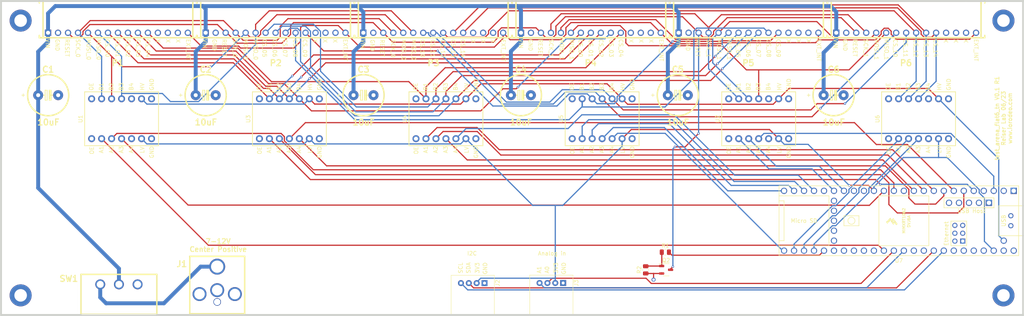
<source format=kicad_pcb>
(kicad_pcb (version 20221018) (generator pcbnew)
  (title_block (title "G4 Test Arena Teensy 4.1") (date "7/14/2023") (rev "v0.1") (company "IORodeo"))
  (layers (0 "F.Cu" signal) (1 "In1.Cu" signal) (2 "In2.Cu" signal) (31 "B.Cu" signal) (34 "B.Paste" user) (35 "F.Paste" user) (36 "B.SilkS" user "B.Silkscreen") (37 "F.SilkS" user "F.Silkscreen") (38 "B.Mask" user) (39 "F.Mask" user) (44 "Edge.Cuts" user))
  (net 0 "")
  (net 1 "/3V3")
  (net 2 "/5V")
  (net 3 "/VIN")
  (net 4 "/VIN_SW")
  (net 5 "/SDA")
  (net 6 "/EXT_INT_5V")
  (net 7 "/MISO_0_3V3")
  (net 8 "/MISO_0_5V")
  (net 9 "/SCL")
  (net 10 "/A0")
  (net 11 "/MISO_1_3V3")
  (net 12 "/MISO_1_5V")
  (net 13 "/A1")
  (net 14 "/CS_00_5V")
  (net 15 "/CS_01_5V")
  (net 16 "/CS_02_5V")
  (net 17 "/CS_03_5V")
  (net 18 "/CS_04_5V")
  (net 21 "/MOSI_0_3V3")
  (net 22 "/MOSI_0_5V")
  (net 24 "/CS_05_5V")
  (net 25 "/MOSI_1_3V3")
  (net 26 "/MOSI_1_5V")
  (net 27 "/CS_06_5V")
  (net 28 "/CS_07_5V")
  (net 29 "/CS_08_5V")
  (net 30 "/CS_09_5V")
  (net 31 "/RESET")
  (net 32 "/RESET_PAN")
  (net 33 "/SCK_0_3V3")
  (net 34 "/SCK_0_5V")
  (net 35 "/SCK_1_3V3")
  (net 36 "/SCK_1_5V")
  (net 37 "GND")
  (net 41 "/CS_10_5V")
  (net 42 "/CS_11_5V")
  (net 43 "/CS_12_5V")
  (net 44 "/CS_13_5V")
  (net 45 "/CS_14_5V")
  (net 58 "Net-(Q2-G)")
  (net 68 "/CS_00_3V3")
  (net 69 "/CS_01_3V3")
  (net 70 "/CS_02_3V3")
  (net 71 "/CS_03_3V3")
  (net 74 "/CS_04_3V3")
  (net 75 "/CS_05_3V3")
  (net 76 "/CS_06_3V3")
  (net 77 "/CS_07_3V3")
  (net 80 "/CS_08_3V3")
  (net 81 "/CS_09_3V3")
  (net 82 "/CS_10_3V3")
  (net 83 "/CS_11_3V3")
  (net 86 "/CS_12_3V3")
  (net 87 "/CS_13_3V3")
  (net 88 "/CS_14_3V3")
  (footprint "arena_custom:Capacitor_Polarized" (layer "F.Cu") (at 52 74)
    (fp_text reference "C1")
    (fp_text value "10uF")
  )
  (footprint "arena_custom:Capacitor_Polarized" (layer "F.Cu") (at 92.0702 74)
    (fp_text reference "C2")
    (fp_text value "10uF")
  )
  (footprint "arena_custom:Capacitor_Polarized" (layer "F.Cu") (at 132.2202 74)
    (fp_text reference "C3")
    (fp_text value "10uF")
  )
  (footprint "arena_custom:Capacitor_Polarized" (layer "F.Cu") (at 172.25 74)
    (fp_text reference "C4")
    (fp_text value "10uF")
  )
  (footprint "arena_custom:Capacitor_Polarized" (layer "F.Cu") (at 212.1702 74)
    (fp_text reference "C5")
    (fp_text value "10uF")
  )
  (footprint "arena_custom:HEADER_TOP" (layer "F.Cu") (at 69.75 58.1)
    (fp_text reference "P1")
    (fp_text value "CONN15")
  )
  (footprint "arena_custom:HEADER_TOP" (layer "F.Cu") (at 109.85 58.1)
    (fp_text reference "P2")
    (fp_text value "CONN15")
  )
  (footprint "arena_custom:HEADER_TOP" (layer "F.Cu") (at 149.95 58.1)
    (fp_text reference "P3")
    (fp_text value "CONN15")
  )
  (footprint "arena_custom:HEADER_TOP" (layer "F.Cu") (at 190.05 58.1)
    (fp_text reference "P4")
    (fp_text value "CONN15")
  )
  (footprint "arena_custom:HEADER_TOP" (layer "F.Cu") (at 230.15 58.1)
    (fp_text reference "P5")
    (fp_text value "CONN15")
  )
  (footprint "arena_custom:HEADER_TOP" (layer "F.Cu") (at 270.25 58.1)
    (fp_text reference "P6")
    (fp_text value "CONN15")
  )
  (footprint "arena_custom:slide_switch" (layer "F.Cu") (at 70 124.74)
    (fp_text reference "SW1")
    (fp_text value "SW_SPDT" hide)
  )
  (footprint "arena_custom:SPARKFUN_TXB0104" (layer "F.Cu") (at 70.68 80 90)
    (fp_text reference "U1")
    (fp_text value "SPARKFUN_TXB0104" hide)
  )
  (footprint "arena_custom:SPARKFUN_TXB0104" (layer "F.Cu") (at 232.74 80 90)
    (fp_text reference "U2")
    (fp_text value "SPARKFUN_TXB0104" hide)
  )
  (footprint "arena_custom:SPARKFUN_TXB0104" (layer "F.Cu") (at 113.36 80 90)
    (fp_text reference "U3")
    (fp_text value "SPARKFUN_TXB0104" hide)
  )
  (footprint "arena_custom:SPARKFUN_TXB0104" (layer "F.Cu") (at 153.18 80 90)
    (fp_text reference "U4")
    (fp_text value "SPARKFUN_TXB0104" hide)
  )
  (footprint "arena_custom:SPARKFUN_TXB0104" (layer "F.Cu") (at 192.92 80 90)
    (fp_text reference "U5")
    (fp_text value "SPARKFUN_TXB0104" hide)
  )
  (footprint "arena_custom:SPARKFUN_TXB0104" (layer "F.Cu") (at 273.41 80 90)
    (fp_text reference "U6")
    (fp_text value "SPARKFUN_TXB0104" hide)
  )
  (footprint "arena_custom:DCJACK_2PIN_HIGHCURRENT" (layer "F.Cu") (at 95 129.6738 180)
    (fp_text reference "J1")
    (fp_text value "Barrel_Jack" hide)
  )
  (footprint "arena_custom:NS-Tech_Grove_1x04_P2mm_Horizontal" (layer "F.Cu") (at 160 121.88 -90)
    (fp_text reference "J2")
    (fp_text value "Conn_01x04_Pin")
  )
  (footprint "MountingHole:MountingHole_3.2mm_M3_DIN965_Pad" (layer "F.Cu") (at 45 55)
    (fp_text reference "H1" hide)
    (fp_text value "MountingHole_Pad")
  )
  (footprint "MountingHole:MountingHole_3.2mm_M3_DIN965_Pad" (layer "F.Cu") (at 45 125)
    (fp_text reference "H2" hide)
    (fp_text value "MountingHole_Pad")
  )
  (footprint "MountingHole:MountingHole_3.2mm_M3_DIN965_Pad" (layer "F.Cu") (at 295 55)
    (fp_text reference "H4" hide)
    (fp_text value "MountingHole_Pad")
  )
  (footprint "teensy:Teensy41" (layer "F.Cu") (at 268.4 105.9884 180)
    (fp_text reference "U7")
    (fp_text value "Teensy4.1")
  )
  (footprint "MountingHole:MountingHole_3.2mm_M3_DIN965_Pad" (layer "F.Cu") (at 295 125)
    (fp_text reference "H3" hide)
    (fp_text value "MountingHole_Pad")
  )
  (footprint "arena_custom:NS-Tech_Grove_1x04_P2mm_Horizontal" (layer "F.Cu") (at 180 121.85 -90)
    (fp_text reference "J3")
    (fp_text value "Conn_01x04_Pin")
  )
  (footprint "Resistor_SMD:R_0805_2012Metric" (layer "F.Cu") (at 209 114)
    (fp_text reference "R1")
    (fp_text value "200")
  )
  (footprint "arena_custom:Capacitor_Polarized" (layer "F.Cu") (at 251.8 74)
    (fp_text reference "C6")
    (fp_text value "10uF")
  )
  (footprint "Resistor_SMD:R_0805_2012Metric" (layer "F.Cu") (at 204 118.5 90)
    (fp_text reference "R2")
    (fp_text value "20k")
  )
  (footprint "Package_TO_SOT_SMD:SOT-23-3" (layer "F.Cu") (at 209.19 118.48)
    (fp_text reference "Q2")
    (fp_text value "MOSFET_NCHAN")
  )
  (gr_line (start 40 50) (end 40 130) (stroke (width 0.5)) (layer "Edge.Cuts"))
  (gr_line (start 40 50) (end 300 50) (stroke (width 0.5)) (layer "Edge.Cuts"))
  (gr_line (start 40 130) (end 300 130) (stroke (width 0.5)) (layer "Edge.Cuts"))
  (gr_line (start 300 50) (end 300 130) (stroke (width 0.5)) (layer "Edge.Cuts"))
  (gr_text "7-12V\nCenter Positive" (at 95.25 112.25) (layer "F.SilkS") (effects (font (size 1.27 1.27) (thickness 0.254))))
  (gr_text "test_arena_flat6_tn V0.1 R1\nReiser Lab 06/23\nwww.iorodeo.com" (at 295.02 79.88 90) (layer "F.SilkS") (effects (font (size 1.016 1.016) (thickness 0.2032))))
  (gr_text "CS_08" (at 234.7 59.6 270) (layer "F.SilkS") (effects (font (size 1 1)) (justify left bottom)))
  (gr_text "EXT_INT" (at 167.2 59.7 270) (layer "F.SilkS") (effects (font (size 1 1)) (justify left bottom)))
  (gr_text "CS_06" (at 229.5 59.6 270) (layer "F.SilkS") (effects (font (size 1 1)) (justify left bottom)))
  (gr_text "RESET" (at 216.65 59.6 270) (layer "F.SilkS") (effects (font (size 1 1)) (justify left bottom)))
  (gr_text "SCK_0" (at 139.15 59.7 270) (layer "F.SilkS") (effects (font (size 1 1)) (justify left bottom)))
  (gr_text "SDA" (at 159.5 119.5 90) (layer "F.SilkS") (effects (font (size 1 1)) (justify left bottom)))
  (gr_text "CS_04" (at 197.1 59.6 270) (layer "F.SilkS") (effects (font (size 1 1)) (justify left bottom)))
  (gr_text "CS_13" (at 154.45 59.7 270) (layer "F.SilkS") (effects (font (size 1 1)) (justify left bottom)))
  (gr_text "X" (at 162.05 59.7 270) (layer "F.SilkS") (effects (font (size 1 1)) (justify left bottom)))
  (gr_text "A1" (at 177.5 119.5 90) (layer "F.SilkS") (effects (font (size 1 1)) (justify left bottom)))
  (gr_text "CS_02" (at 71.7 59.6 270) (layer "F.SilkS") (effects (font (size 1 1)) (justify left bottom)))
  (gr_text "CS_09" (at 237.15 59.6 270) (layer "F.SilkS") (effects (font (size 1 1)) (justify left bottom)))
  (gr_text "EXT_INT" (at 207.4 59.6 270) (layer "F.SilkS") (effects (font (size 1 1)) (justify left bottom)))
  (gr_text "CS_14" (at 277.15 59.6 270) (layer "F.SilkS") (effects (font (size 1 1)) (justify left bottom)))
  (gr_text "CS_01" (at 189.45 59.6 270) (layer "F.SilkS") (effects (font (size 1 1)) (justify left bottom)))
  (gr_text "MISO_1" (at 184.6 59.6 270) (layer "F.SilkS") (effects (font (size 1 1)) (justify left bottom)))
  (gr_text "GND" (at 183.75 119.75 90) (layer "F.SilkS") (effects (font (size 1 1)) (justify left bottom)))
  (gr_text "MISO_0" (at 104.2 59.6 270) (layer "F.SilkS") (effects (font (size 1 1)) (justify left bottom)))
  (gr_text "RESET" (at 56.25 59.6 270) (layer "F.SilkS") (effects (font (size 1 1)) (justify left bottom)))
  (gr_text "EXT_INT" (at 247.45 59.6 270) (layer "F.SilkS") (effects (font (size 1 1)) (justify left bottom)))
  (gr_text "X" (at 119.3 59.6 270) (layer "F.SilkS") (effects (font (size 1 1)) (justify left bottom)))
  (gr_text "CS_07" (at 232.1 59.6 270) (layer "F.SilkS") (effects (font (size 1 1)) (justify left bottom)))
  (gr_text "A0" (at 179.5 119.5 90) (layer "F.SilkS") (effects (font (size 1 1)) (justify left bottom)))
  (gr_text "X" (at 159.5 59.7 270) (layer "F.SilkS") (effects (font (size 1 1)) (justify left bottom)))
  (gr_text "MOSI_1" (at 222.1 59.6 270) (layer "F.SilkS") (effects (font (size 1 1)) (justify left bottom)))
  (gr_text "X" (at 124.4 59.6 270) (layer "F.SilkS") (effects (font (size 1 1)) (justify left bottom)))
  (gr_text "MOSI_0" (at 101.65 59.6 270) (layer "F.SilkS") (effects (font (size 1 1)) (justify left bottom)))
  (gr_text "SCL" (at 157.5 119.5 90) (layer "F.SilkS") (effects (font (size 1 1)) (justify left bottom)))
  (gr_text "X" (at 242.3 59.6 270) (layer "F.SilkS") (effects (font (size 1 1)) (justify left bottom)))
  (gr_text "Analog in" (at 176.5 114.9) (layer "F.SilkS") (effects (font (size 1 1)) (justify left bottom)))
  (gr_text "MOSI_1" (at 262.1 59.6 270) (layer "F.SilkS") (effects (font (size 1 1)) (justify left bottom)))
  (gr_text "X" (at 244.85 59.6 270) (layer "F.SilkS") (effects (font (size 1 1)) (justify left bottom)))
  (gr_text "CS_03" (at 74.3 59.6 270) (layer "F.SilkS") (effects (font (size 1 1)) (justify left bottom)))
  (gr_text "CS_09" (at 116.7 59.6 270) (layer "F.SilkS") (effects (font (size 1 1)) (justify left bottom)))
  (gr_text "MOSI_0" (at 141.85 59.7 270) (layer "F.SilkS") (effects (font (size 1 1)) (justify left bottom)))
  (gr_text "X" (at 284.85 59.6 270) (layer "F.SilkS") (effects (font (size 1 1)) (justify left bottom)))
  (gr_text "SCK_1" (at 259.4 59.6 270) (layer "F.SilkS") (effects (font (size 1 1)) (justify left bottom)))
  (gr_text "SCK_0" (at 98.95 59.6 270) (layer "F.SilkS") (effects (font (size 1 1)) (justify left bottom)))
  (gr_text "MOSI_0" (at 61.7 59.6 270) (layer "F.SilkS") (effects (font (size 1 1)) (justify left bottom)))
  (gr_text "CS_05" (at 106.45 59.6 270) (layer "F.SilkS") (effects (font (size 1 1)) (justify left bottom)))
  (gr_text "X" (at 79.35 59.6 270) (layer "F.SilkS") (effects (font (size 1 1)) (justify left bottom)))
  (gr_text "CS_10" (at 146.65 59.7 270) (layer "F.SilkS") (effects (font (size 1 1)) (justify left bottom)))
  (gr_text "I2C" (at 158.5 114.9) (layer "F.SilkS") (effects (font (size 1 1)) (justify left bottom)))
  (gr_text "GND" (at 254.15 59.6 270) (layer "F.SilkS") (effects (font (size 1 1)) (justify left bottom)))
  (gr_text "SCK_1" (at 179.35 59.6 270) (layer "F.SilkS") (effects (font (size 1 1)) (justify left bottom)))
  (gr_text "CS_10" (at 266.9 59.6 270) (layer "F.SilkS") (effects (font (size 1 1)) (justify left bottom)))
  (gr_text "CS_11" (at 269.5 59.6 270) (layer "F.SilkS") (effects (font (size 1 1)) (justify left bottom)))
  (gr_text "CS_12" (at 272.1 59.6 270) (layer "F.SilkS") (effects (font (size 1 1)) (justify left bottom)))
  (gr_text "CS_07" (at 111.65 59.6 270) (layer "F.SilkS") (effects (font (size 1 1)) (justify left bottom)))
  (gr_text "VIN" (at 51.3 59.6 270) (layer "F.SilkS") (effects (font (size 1 1)) (justify left bottom)))
  (gr_text "VIN" (at 131.45 59.7 270) (layer "F.SilkS") (effects (font (size 1 1)) (justify left bottom)))
  (gr_text "X" (at 279.75 59.6 270) (layer "F.SilkS") (effects (font (size 1 1)) (justify left bottom)))
  (gr_text "SCK_0" (at 59 59.6 270) (layer "F.SilkS") (effects (font (size 1 1)) (justify left bottom)))
  (gr_text "X" (at 239.75 59.6 270) (layer "F.SilkS") (effects (font (size 1 1)) (justify left bottom)))
  (gr_text "MISO_1" (at 264.65 59.6 270) (layer "F.SilkS") (effects (font (size 1 1)) (justify left bottom)))
  (gr_text "3V3" (at 161.75 119.5 90) (layer "F.SilkS") (effects (font (size 1 1)) (justify left bottom)))
  (gr_text "RESET" (at 136.4 59.7 270) (layer "F.SilkS") (effects (font (size 1 1)) (justify left bottom)))
  (gr_text "RESET" (at 176.6 59.6 270) (layer "F.SilkS") (effects (font (size 1 1)) (justify left bottom)))
  (gr_text "EXT_INT" (at 287.45 59.6 270) (layer "F.SilkS") (effects (font (size 1 1)) (justify left bottom)))
  (gr_text "RESET" (at 256.65 59.6 270) (layer "F.SilkS") (effects (font (size 1 1)) (justify left bottom)))
  (gr_text "MOSI_1" (at 182.05 59.6 270) (layer "F.SilkS") (effects (font (size 1 1)) (justify left bottom)))
  (gr_text "X" (at 164.6 59.7 270) (layer "F.SilkS") (effects (font (size 1 1)) (justify left bottom)))
  (gr_text "RESET" (at 96.2 59.6 270) (layer "F.SilkS") (effects (font (size 1 1)) (justify left bottom)))
  (gr_text "GND" (at 174.1 59.6 270) (layer "F.SilkS") (effects (font (size 1 1)) (justify left bottom)))
  (gr_text "VIN" (at 211.7 59.6 270) (layer "F.SilkS") (effects (font (size 1 1)) (justify left bottom)))
  (gr_text "MISO_0" (at 144.4 59.7 270) (layer "F.SilkS") (effects (font (size 1 1)) (justify left bottom)))
  (gr_text "X" (at 202.25 59.6 270) (layer "F.SilkS") (effects (font (size 1 1)) (justify left bottom)))
  (gr_text "CS_00" (at 66.5 59.6 270) (layer "F.SilkS") (effects (font (size 1 1)) (justify left bottom)))
  (gr_text "CS_14" (at 156.9 59.7 270) (layer "F.SilkS") (effects (font (size 1 1)) (justify left bottom)))
  (gr_text "X" (at 121.85 59.6 270) (layer "F.SilkS") (effects (font (size 1 1)) (justify left bottom)))
  (gr_text "CS_11" (at 149.25 59.7 270) (layer "F.SilkS") (effects (font (size 1 1)) (justify left bottom)))
  (gr_text "SCK_1" (at 219.4 59.6 270) (layer "F.SilkS") (effects (font (size 1 1)) (justify left bottom)))
  (gr_text "CS_06" (at 109.05 59.6 270) (layer "F.SilkS") (effects (font (size 1 1)) (justify left bottom)))
  (gr_text "GND" (at 93.7 59.6 270) (layer "F.SilkS") (effects (font (size 1 1)) (justify left bottom)))
  (gr_text "MISO_0" (at 64.25 59.6 270) (layer "F.SilkS") (effects (font (size 1 1)) (justify left bottom)))
  (gr_text "CS_04" (at 76.75 59.6 270) (layer "F.SilkS") (effects (font (size 1 1)) (justify left bottom)))
  (gr_text "VIN" (at 251.7 59.6 270) (layer "F.SilkS") (effects (font (size 1 1)) (justify left bottom)))
  (gr_text "CS_13" (at 274.7 59.6 270) (layer "F.SilkS") (effects (font (size 1 1)) (justify left bottom)))
  (gr_text "GND" (at 163.75 119.75 90) (layer "F.SilkS") (effects (font (size 1 1)) (justify left bottom)))
  (gr_text "X" (at 199.7 59.6 270) (layer "F.SilkS") (effects (font (size 1 1)) (justify left bottom)))
  (gr_text "GND" (at 214.15 59.6 270) (layer "F.SilkS") (effects (font (size 1 1)) (justify left bottom)))
  (gr_text "CS_00" (at 186.85 59.6 270) (layer "F.SilkS") (effects (font (size 1 1)) (justify left bottom)))
  (gr_text "CS_08" (at 114.25 59.6 270) (layer "F.SilkS") (effects (font (size 1 1)) (justify left bottom)))
  (gr_text "MISO_1" (at 224.65 59.6 270) (layer "F.SilkS") (effects (font (size 1 1)) (justify left bottom)))
  (gr_text "EXT_INT" (at 127 59.6 270) (layer "F.SilkS") (effects (font (size 1 1)) (justify left bottom)))
  (gr_text "GND" (at 53.75 59.6 270) (layer "F.SilkS") (effects (font (size 1 1)) (justify left bottom)))
  (gr_text "VIN" (at 171.65 59.6 270) (layer "F.SilkS") (effects (font (size 1 1)) (justify left bottom)))
  (gr_text "CS_12" (at 151.85 59.7 270) (layer "F.SilkS") (effects (font (size 1 1)) (justify left bottom)))
  (gr_text "CS_01" (at 69.1 59.6 270) (layer "F.SilkS") (effects (font (size 1 1)) (justify left bottom)))
  (gr_text "X" (at 204.8 59.6 270) (layer "F.SilkS") (effects (font (size 1 1)) (justify left bottom)))
  (gr_text "VIN" (at 91.25 59.6 270) (layer "F.SilkS") (effects (font (size 1 1)) (justify left bottom)))
  (gr_text "CS_03" (at 194.65 59.6 270) (layer "F.SilkS") (effects (font (size 1 1)) (justify left bottom)))
  (gr_text "GND" (at 133.9 59.7 270) (layer "F.SilkS") (effects (font (size 1 1)) (justify left bottom)))
  (gr_text "X" (at 81.9 59.6 270) (layer "F.SilkS") (effects (font (size 1 1)) (justify left bottom)))
  (gr_text "EXT_INT" (at 87.05 59.6 270) (layer "F.SilkS") (effects (font (size 1 1)) (justify left bottom)))
  (gr_text "CS_02" (at 192.05 59.6 270) (layer "F.SilkS") (effects (font (size 1 1)) (justify left bottom)))
  (gr_text "X" (at 282.3 59.6 270) (layer "F.SilkS") (effects (font (size 1 1)) (justify left bottom)))
  (gr_text "CS_05" (at 226.9 59.6 270) (layer "F.SilkS") (effects (font (size 1 1)) (justify left bottom)))
  (gr_text "3V3" (at 181.75 119.5 90) (layer "F.SilkS") (effects (font (size 1 1)) (justify left bottom)))
  (gr_text "X" (at 84.45 59.6 270) (layer "F.SilkS") (effects (font (size 1 1)) (justify left bottom)))
  (segment (start 198 85.08) (end 200.33 82.75) (width 0.3) (layer "F.Cu") (net 1))
  (segment (start 262.05 98.3684) (end 260.6695 96.9879) (width 0.3) (layer "F.Cu") (net 1))
  (segment (start 200.33 82.75) (end 235.49 82.75) (width 0.3) (layer "F.Cu") (net 1))
  (segment (start 235.49 82.75) (end 237.82 85.08) (width 0.3) (layer "F.Cu") (net 1))
  (segment (start 260.6695 96.9879) (end 255.7712 96.9879) (width 0.3) (layer "F.Cu") (net 1))
  (via (at 255.7712 96.9879) (size 0.6) (drill 0.3) (layers "F.Cu" "B.Cu") (net 1))
  (segment (start 269.5338 89.8765) (end 278.49 89.8765) (width 0.3) (layer "B.Cu") (net 1))
  (segment (start 161 121.6597) (end 162.0278 120.6319) (width 0.3) (layer "B.Cu") (net 1))
  (segment (start 198 87) (end 198 85.08) (width 0.3) (layer "B.Cu") (net 1))
  (segment (start 181 120.6319) (end 181 102.08) (width 0.3) (layer "B.Cu") (net 1))
  (segment (start 118.44 85.08) (end 119.7792 86.4192) (width 0.3) (layer "B.Cu") (net 1))
  (segment (start 182.92 102.08) (end 198 87) (width 0.3) (layer "B.Cu") (net 1))
  (segment (start 280.6532 89.8765) (end 288.8398 98.0631) (width 0.3) (layer "B.Cu") (net 1))
  (segment (start 262.05 97.3603) (end 269.5338 89.8765) (width 0.3) (layer "B.Cu") (net 1))
  (segment (start 278.49 89.8765) (end 278.49 85.08) (width 0.3) (layer "B.Cu") (net 1))
  (segment (start 75.76 85.08) (end 77.0992 86.4192) (width 0.3) (layer "B.Cu") (net 1))
  (segment (start 162.0278 120.6319) (end 181 120.6319) (width 0.3) (layer "B.Cu") (net 1))
  (segment (start 239.2619 86.5219) (end 237.82 85.08) (width 0.3) (layer "B.Cu") (net 1))
  (segment (start 175.26 102.08) (end 158.26 85.08) (width 0.3) (layer "B.Cu") (net 1))
  (segment (start 255.7712 96.9879) (end 245.3052 86.5219) (width 0.3) (layer "B.Cu") (net 1))
  (segment (start 181 102.08) (end 182.92 102.08) (width 0.3) (layer "B.Cu") (net 1))
  (segment (start 181 102.08) (end 175.26 102.08) (width 0.3) (layer "B.Cu") (net 1))
  (segment (start 288.8398 98.0631) (end 288.8398 98.892) (width 0.3) (layer "B.Cu") (net 1))
  (segment (start 181 121.85) (end 181 120.6319) (width 0.3) (layer "B.Cu") (net 1))
  (segment (start 278.49 89.8765) (end 280.6532 89.8765) (width 0.3) (layer "B.Cu") (net 1))
  (segment (start 161 121.88) (end 161 121.6597) (width 0.3) (layer "B.Cu") (net 1))
  (segment (start 290.1606 100.2128) (end 290.1606 111.239) (width 0.3) (layer "B.Cu") (net 1))
  (segment (start 262.05 98.3684) (end 262.05 97.3603) (width 0.3) (layer "B.Cu") (net 1))
  (segment (start 156.9208 86.4192) (end 158.26 85.08) (width 0.3) (layer "B.Cu") (net 1))
  (segment (start 245.3052 86.5219) (end 239.2619 86.5219) (width 0.3) (layer "B.Cu") (net 1))
  (segment (start 77.0992 86.4192) (end 117.1008 86.4192) (width 0.3) (layer "B.Cu") (net 1))
  (segment (start 288.8398 98.892) (end 290.1606 100.2128) (width 0.3) (layer "B.Cu") (net 1))
  (segment (start 290.1606 111.239) (end 292.53 113.6084) (width 0.3) (layer "B.Cu") (net 1))
  (segment (start 117.1008 86.4192) (end 118.44 85.08) (width 0.3) (layer "B.Cu") (net 1))
  (segment (start 119.7792 86.4192) (end 156.9208 86.4192) (width 0.3) (layer "B.Cu") (net 1))
  (segment (start 194.18 71.1) (end 198 74.92) (width 0.3) (layer "F.Cu") (net 2))
  (segment (start 118.44 74.92) (end 119.7839 76.2639) (width 0.3) (layer "F.Cu") (net 2))
  (segment (start 236.4249 76.3151) (end 237.82 74.92) (width 0.3) (layer "F.Cu") (net 2))
  (segment (start 156.9161 76.2639) (end 158.26 74.92) (width 0.3) (layer "F.Cu") (net 2))
  (segment (start 237.82 74.92) (end 240.4601 72.2799) (width 0.3) (layer "F.Cu") (net 2))
  (segment (start 119.7839 76.2639) (end 156.9161 76.2639) (width 0.3) (layer "F.Cu") (net 2))
  (segment (start 158.26 74.92) (end 162.08 71.1) (width 0.3) (layer "F.Cu") (net 2))
  (segment (start 162.08 71.1) (end 194.18 71.1) (width 0.3) (layer "F.Cu") (net 2))
  (segment (start 240.4601 72.2799) (end 275.8499 72.2799) (width 0.3) (layer "F.Cu") (net 2))
  (segment (start 275.8499 72.2799) (end 278.49 74.92) (width 0.3) (layer "F.Cu") (net 2))
  (segment (start 198 74.92) (end 199.3951 76.3151) (width 0.3) (layer "F.Cu") (net 2))
  (segment (start 199.3951 76.3151) (end 236.4249 76.3151) (width 0.3) (layer "F.Cu") (net 2))
  (segment (start 278.49 74.92) (end 293.8 90.23) (width 0.3) (layer "B.Cu") (net 2))
  (segment (start 75.76 74.92) (end 77.1107 76.2707) (width 0.3) (layer "B.Cu") (net 2))
  (segment (start 117.0893 76.2707) (end 118.44 74.92) (width 0.3) (layer "B.Cu") (net 2))
  (segment (start 293.8 109.7984) (end 295.07 111.0684) (width 0.3) (layer "B.Cu") (net 2))
  (segment (start 293.8 90.23) (end 293.8 109.7984) (width 0.3) (layer "B.Cu") (net 2))
  (segment (start 77.1107 76.2707) (end 117.0893 76.2707) (width 0.3) (layer "B.Cu") (net 2))
  (segment (start 91.31 51.3) (end 91.32 51.31) (width 1) (layer "B.Cu") (net 3))
  (segment (start 212.37 52.93) (end 212.37 58.1) (width 1) (layer "B.Cu") (net 3))
  (segment (start 252.47 58.1) (end 252.47 59.95) (width 1) (layer "B.Cu") (net 3))
  (segment (start 129.68 68.5618) (end 129.68 74) (width 1) (layer "B.Cu") (net 3))
  (segment (start 210.78 51.34) (end 212.37 52.93) (width 1) (layer "B.Cu") (net 3))
  (segment (start 209.63 68.6449) (end 209.6302 68.6451) (width 0.3) (layer "B.Cu") (net 3))
  (segment (start 251.06 51.34) (end 252.47 52.75) (width 1) (layer "B.Cu") (net 3))
  (segment (start 210.78 51.34) (end 251.06 51.34) (width 1) (layer "B.Cu") (net 3))
  (segment (start 91.31 51.3) (end 91.32 51.31) (width 1) (layer "B.Cu") (net 3))
  (segment (start 91.32 51.31) (end 92.07 52.06) (width 1) (layer "B.Cu") (net 3))
  (segment (start 89.5302 62.8998) (end 89.5302 74) (width 1) (layer "B.Cu") (net 3))
  (segment (start 51.97 60.4) (end 51.97 58.1) (width 1) (layer "B.Cu") (net 3))
  (segment (start 70 118.17) (end 49.46 97.63) (width 1) (layer "B.Cu") (net 3))
  (segment (start 209.63 63.2898) (end 209.63 68.6449) (width 1) (layer "B.Cu") (net 3))
  (segment (start 130.67 51.31) (end 171.28 51.31) (width 1) (layer "B.Cu") (net 3))
  (segment (start 210.75 51.31) (end 210.78 51.34) (width 1) (layer "B.Cu") (net 3))
  (segment (start 209.6302 68.6451) (end 209.6302 74) (width 0.3) (layer "B.Cu") (net 3))
  (segment (start 209.63 68.6449) (end 209.63 74) (width 1) (layer "B.Cu") (net 3))
  (segment (start 210.75 51.31) (end 210.78 51.34) (width 1) (layer "B.Cu") (net 3))
  (segment (start 92.07 52.06) (end 92.07 58.1) (width 1) (layer "B.Cu") (net 3))
  (segment (start 132.17 58.1) (end 132.17 60.46) (width 1) (layer "B.Cu") (net 3))
  (segment (start 49.46 62.91) (end 51.97 60.4) (width 1) (layer "B.Cu") (net 3))
  (segment (start 172.27 58.1) (end 172.27 60.27) (width 1) (layer "B.Cu") (net 3))
  (segment (start 49.46 74) (end 49.46 62.91) (width 1) (layer "B.Cu") (net 3))
  (segment (start 172.27 60.27) (end 169.71 62.83) (width 1) (layer "B.Cu") (net 3))
  (segment (start 92.07 60.36) (end 89.5302 62.8998) (width 1) (layer "B.Cu") (net 3))
  (segment (start 172.27 58.1) (end 172.27 52.3) (width 1) (layer "B.Cu") (net 3))
  (segment (start 132.17 60.46) (end 129.68 62.9498) (width 1) (layer "B.Cu") (net 3))
  (segment (start 252.47 52.75) (end 252.47 58.1) (width 1) (layer "B.Cu") (net 3))
  (segment (start 169.71 62.83) (end 169.71 74) (width 1) (layer "B.Cu") (net 3))
  (segment (start 51.97 58.1) (end 51.97 53.16) (width 1) (layer "B.Cu") (net 3))
  (segment (start 70 122.2) (end 70 118.17) (width 1) (layer "B.Cu") (net 3))
  (segment (start 132.17 52.81) (end 132.17 58.1) (width 1) (layer "B.Cu") (net 3))
  (segment (start 91.32 51.31) (end 130.67 51.31) (width 1) (layer "B.Cu") (net 3))
  (segment (start 92.07 58.1) (end 92.07 60.36) (width 1) (layer "B.Cu") (net 3))
  (segment (start 129.68 68.5618) (end 129.6802 68.562) (width 0.3) (layer "B.Cu") (net 3))
  (segment (start 249.26 63.16) (end 249.26 74) (width 1) (layer "B.Cu") (net 3))
  (segment (start 172.27 52.3) (end 171.28 51.31) (width 1) (layer "B.Cu") (net 3))
  (segment (start 212.37 60.55) (end 209.63 63.2898) (width 1) (layer "B.Cu") (net 3))
  (segment (start 252.47 59.95) (end 249.26 63.16) (width 1) (layer "B.Cu") (net 3))
  (segment (start 53.83 51.3) (end 91.31 51.3) (width 1) (layer "B.Cu") (net 3))
  (segment (start 171.28 51.31) (end 210.75 51.31) (width 1) (layer "B.Cu") (net 3))
  (segment (start 129.68 62.9498) (end 129.68 68.5618) (width 1) (layer "B.Cu") (net 3))
  (segment (start 51.97 53.16) (end 53.83 51.3) (width 1) (layer "B.Cu") (net 3))
  (segment (start 49.46 97.63) (end 49.46 74) (width 1) (layer "B.Cu") (net 3))
  (segment (start 130.67 51.31) (end 132.17 52.81) (width 1) (layer "B.Cu") (net 3))
  (segment (start 212.37 58.1) (end 212.37 60.55) (width 1) (layer "B.Cu") (net 3))
  (segment (start 129.6802 68.562) (end 129.6802 74) (width 0.3) (layer "B.Cu") (net 3))
  (segment (start 81.45 127.02) (end 66.74 127.02) (width 1) (layer "B.Cu") (net 4))
  (segment (start 90.785 117.685) (end 81.45 127.02) (width 1) (layer "B.Cu") (net 4))
  (segment (start 95 117.685) (end 90.785 117.685) (width 1) (layer "B.Cu") (net 4))
  (segment (start 66.74 127.02) (end 65.2502 125.53) (width 1) (layer "B.Cu") (net 4))
  (segment (start 65.2502 125.53) (end 65.2502 122.2) (width 1) (layer "B.Cu") (net 4))
  (segment (start 160.2122 123.0922) (end 267.8062 123.0922) (width 0.3) (layer "F.Cu") (net 5))
  (segment (start 159 121.88) (end 160.2122 123.0922) (width 0.3) (layer "F.Cu") (net 5))
  (segment (start 267.8062 123.0922) (end 277.29 113.6084) (width 0.3) (layer "F.Cu") (net 5))
  (segment (start 114.5 62) (end 100.957106 62) (width 0.3) (layer "F.Cu") (net 6))
  (segment (start 266.44 58.4739) (end 267.7211 59.755) (width 0.3) (layer "F.Cu") (net 6))
  (segment (start 264.6663 56.9455) (end 265.6879 56.9455) (width 0.3) (layer "F.Cu") (net 6))
  (segment (start 167.73 59.52) (end 167.73 58.1) (width 0.3) (layer "F.Cu") (net 6))
  (segment (start 165.5 61.75) (end 167.73 59.52) (width 0.3) (layer "F.Cu") (net 6))
  (segment (start 116.2 60.3) (end 114.5 62) (width 0.3) (layer "F.Cu") (net 6))
  (segment (start 247.2261 60.6154) (end 223.3189 60.6154) (width 0.3) (layer "F.Cu") (net 6))
  (segment (start 90.93 61.5) (end 87.53 58.1) (width 0.3) (layer "F.Cu") (net 6))
  (segment (start 247.93 59.9115) (end 247.2261 60.6154) (width 0.3) (layer "F.Cu") (net 6))
  (segment (start 223.0452 60.8891) (end 210.6191 60.8891) (width 0.3) (layer "F.Cu") (net 6))
  (segment (start 127.63 58.1) (end 125.78 56.25) (width 0.3) (layer "F.Cu") (net 6))
  (segment (start 247.93 59.9115) (end 247.93 58.1) (width 0.3) (layer "F.Cu") (net 6))
  (segment (start 205.23 55.5) (end 207.83 58.1) (width 0.3) (layer "F.Cu") (net 6))
  (segment (start 185 55.5) (end 205.23 55.5) (width 0.3) (layer "F.Cu") (net 6))
  (segment (start 265.6879 56.9455) (end 266.44 57.6976) (width 0.3) (layer "F.Cu") (net 6))
  (segment (start 182.3635 59.8626) (end 183.7 58.5261) (width 0.3) (layer "F.Cu") (net 6))
  (segment (start 266.44 57.6976) (end 266.44 58.4739) (width 0.3) (layer "F.Cu") (net 6))
  (segment (start 100.957106 62) (end 100.457106 61.5) (width 0.3) (layer "F.Cu") (net 6))
  (segment (start 116.2 56.8) (end 116.2 60.3) (width 0.3) (layer "F.Cu") (net 6))
  (segment (start 263.9 57.7118) (end 264.6663 56.9455) (width 0.3) (layer "F.Cu") (net 6))
  (segment (start 169.4926 59.8626) (end 182.3635 59.8626) (width 0.3) (layer "F.Cu") (net 6))
  (segment (start 183.7 58.5261) (end 183.7 56.8) (width 0.3) (layer "F.Cu") (net 6))
  (segment (start 116.75 56.25) (end 116.2 56.8) (width 0.3) (layer "F.Cu") (net 6))
  (segment (start 183.7 56.8) (end 185 55.5) (width 0.3) (layer "F.Cu") (net 6))
  (segment (start 127.63 58.1) (end 131.28 61.75) (width 0.3) (layer "F.Cu") (net 6))
  (segment (start 263.9 58.4566) (end 263.9 57.7118) (width 0.3) (layer "F.Cu") (net 6))
  (segment (start 210.6191 60.8891) (end 207.83 58.1) (width 0.3) (layer "F.Cu") (net 6))
  (segment (start 286.375 59.755) (end 288.03 58.1) (width 0.3) (layer "F.Cu") (net 6))
  (segment (start 100.457106 61.5) (end 90.93 61.5) (width 0.3) (layer "F.Cu") (net 6))
  (segment (start 131.28 61.75) (end 165.5 61.75) (width 0.3) (layer "F.Cu") (net 6))
  (segment (start 223.3189 60.6154) (end 223.0452 60.8891) (width 0.3) (layer "F.Cu") (net 6))
  (segment (start 247.93 59.9115) (end 262.4451 59.9115) (width 0.3) (layer "F.Cu") (net 6))
  (segment (start 125.78 56.25) (end 116.75 56.25) (width 0.3) (layer "F.Cu") (net 6))
  (segment (start 267.7211 59.755) (end 286.375 59.755) (width 0.3) (layer "F.Cu") (net 6))
  (segment (start 167.73 58.1) (end 169.4926 59.8626) (width 0.3) (layer "F.Cu") (net 6))
  (segment (start 262.4451 59.9115) (end 263.9 58.4566) (width 0.3) (layer "F.Cu") (net 6))
  (segment (start 251.355254 102) (end 251.413654 102.0584) (width 0.3) (layer "F.Cu") (net 7))
  (segment (start 251.413654 102.0584) (end 260.9 102.0584) (width 0.3) (layer "F.Cu") (net 7))
  (segment (start 87.6 102) (end 251.355254 102) (width 0.3) (layer "F.Cu") (net 7))
  (segment (start 70.68 85.08) (end 87.6 102) (width 0.3) (layer "F.Cu") (net 7))
  (segment (start 260.9 102.0584) (end 264.59 98.3684) (width 0.3) (layer "F.Cu") (net 7))
  (segment (start 108.25 52.5) (end 104.77 55.98) (width 0.3) (layer "F.Cu") (net 8))
  (segment (start 104.77 55.98) (end 104.77 58.1) (width 0.3) (layer "F.Cu") (net 8))
  (segment (start 139.27 52.5) (end 108.25 52.5) (width 0.3) (layer "F.Cu") (net 8))
  (segment (start 144.87 58.1) (end 139.27 52.5) (width 0.3) (layer "F.Cu") (net 8))
  (segment (start 70.68 73.5616) (end 70.68 74.92) (width 0.3) (layer "B.Cu") (net 8))
  (segment (start 64.67 58.1) (end 70.68 64.11) (width 0.3) (layer "B.Cu") (net 8))
  (segment (start 90.2244 75.6336) (end 83.1171 75.6336) (width 0.3) (layer "B.Cu") (net 8))
  (segment (start 83.1171 75.6336) (end 81.0451 73.5616) (width 0.3) (layer "B.Cu") (net 8))
  (segment (start 104.77 58.1) (end 104.77 61.088) (width 0.3) (layer "B.Cu") (net 8))
  (segment (start 70.68 64.11) (end 70.68 73.5616) (width 0.3) (layer "B.Cu") (net 8))
  (segment (start 81.0451 73.5616) (end 70.68 73.5616) (width 0.3) (layer "B.Cu") (net 8))
  (segment (start 104.77 61.088) (end 90.2244 75.6336) (width 0.3) (layer "B.Cu") (net 8))
  (segment (start 158.7257 123.6057) (end 269.8327 123.6057) (width 0.3) (layer "B.Cu") (net 9))
  (segment (start 157 121.88) (end 158.7257 123.6057) (width 0.3) (layer "B.Cu") (net 9))
  (segment (start 269.8327 123.6057) (end 279.83 113.6084) (width 0.3) (layer "B.Cu") (net 9))
  (segment (start 180.2122 120.6378) (end 204.0858 120.6378) (width 0.3) (layer "F.Cu") (net 10))
  (segment (start 204.0858 120.6378) (end 205.4132 121.9652) (width 0.3) (layer "F.Cu") (net 10))
  (segment (start 205.4132 121.9652) (end 258.7732 121.9652) (width 0.3) (layer "F.Cu") (net 10))
  (segment (start 179 121.85) (end 180.2122 120.6378) (width 0.3) (layer "F.Cu") (net 10))
  (segment (start 258.7732 121.9652) (end 267.13 113.6084) (width 0.3) (layer "F.Cu") (net 10))
  (segment (start 234.0891 83.7309) (end 281.6181 83.7309) (width 0.3) (layer "B.Cu") (net 11))
  (segment (start 281.6181 83.7309) (end 292.53 94.6428) (width 0.3) (layer "B.Cu") (net 11))
  (segment (start 292.53 94.6428) (end 292.53 98.3684) (width 0.3) (layer "B.Cu") (net 11))
  (segment (start 232.74 85.08) (end 234.0891 83.7309) (width 0.3) (layer "B.Cu") (net 11))
  (segment (start 223.4527 61.3891) (end 223.4586 61.395) (width 0.3) (layer "F.Cu") (net 12))
  (segment (start 184.97 58.1) (end 186.82 56.25) (width 0.3) (layer "F.Cu") (net 12))
  (segment (start 199.6391 61.3891) (end 223.4527 61.3891) (width 0.3) (layer "F.Cu") (net 12))
  (segment (start 198.94 60.69) (end 199.6391 61.3891) (width 0.3) (layer "F.Cu") (net 12))
  (segment (start 223.4586 61.395) (end 229.6147 67.5511) (width 0.3) (layer "F.Cu") (net 12))
  (segment (start 198.94 57.7222) (end 198.94 60.69) (width 0.3) (layer "F.Cu") (net 12))
  (segment (start 232.74 67.5511) (end 255.7189 67.5511) (width 0.3) (layer "F.Cu") (net 12))
  (segment (start 197.4678 56.25) (end 198.94 57.7222) (width 0.3) (layer "F.Cu") (net 12))
  (segment (start 229.6147 67.5511) (end 232.74 67.5511) (width 0.3) (layer "F.Cu") (net 12))
  (segment (start 255.7189 67.5511) (end 265.17 58.1) (width 0.3) (layer "F.Cu") (net 12))
  (segment (start 232.74 74.92) (end 232.74 67.5511) (width 0.3) (layer "F.Cu") (net 12))
  (segment (start 186.82 56.25) (end 197.4678 56.25) (width 0.3) (layer "F.Cu") (net 12))
  (via (at 223.4586 61.395) (size 0.6) (drill 0.3) (layers "F.Cu" "B.Cu") (net 12))
  (segment (start 223.4586 59.7114) (end 223.4586 61.395) (width 0.3) (layer "B.Cu") (net 12))
  (segment (start 225.07 58.1) (end 223.4586 59.7114) (width 0.3) (layer "B.Cu") (net 12))
  (segment (start 178.2186 123.0686) (end 260.2098 123.0686) (width 0.3) (layer "B.Cu") (net 13))
  (segment (start 260.2098 123.0686) (end 269.67 113.6084) (width 0.3) (layer "B.Cu") (net 13))
  (segment (start 177 121.85) (end 178.2186 123.0686) (width 0.3) (layer "B.Cu") (net 13))
  (segment (start 119.5 63.75) (end 181.86 63.75) (width 0.3) (layer "F.Cu") (net 14))
  (segment (start 114.15 69.1) (end 119.5 63.75) (width 0.3) (layer "F.Cu") (net 14))
  (segment (start 99.11 65.75) (end 74.86 65.75) (width 0.3) (layer "F.Cu") (net 14))
  (segment (start 181.86 63.75) (end 187.51 58.1) (width 0.3) (layer "F.Cu") (net 14))
  (segment (start 108.28 74.92) (end 99.11 65.75) (width 0.3) (layer "F.Cu") (net 14))
  (segment (start 114.1 69.1) (end 114.15 69.1) (width 0.3) (layer "F.Cu") (net 14))
  (segment (start 74.86 65.75) (end 67.21 58.1) (width 0.3) (layer "F.Cu") (net 14))
  (via (at 114.1 69.1) (size 0.6) (drill 0.3) (layers "F.Cu" "B.Cu") (net 14))
  (segment (start 114.1 69.1) (end 108.28 74.92) (width 0.3) (layer "B.Cu") (net 14))
  (segment (start 99.25 64.75) (end 76.4 64.75) (width 0.3) (layer "F.Cu") (net 15))
  (segment (start 120.99 64.75) (end 183.4 64.75) (width 0.3) (layer "F.Cu") (net 15))
  (segment (start 76.4 64.75) (end 69.75 58.1) (width 0.3) (layer "F.Cu") (net 15))
  (segment (start 183.4 64.75) (end 190.05 58.1) (width 0.3) (layer "F.Cu") (net 15))
  (segment (start 106.7665 72.2665) (end 99.25 64.75) (width 0.3) (layer "F.Cu") (net 15))
  (segment (start 110.82 74.92) (end 108.1665 72.2665) (width 0.3) (layer "F.Cu") (net 15))
  (segment (start 116.37 69.37) (end 120.99 64.75) (width 0.3) (layer "F.Cu") (net 15))
  (segment (start 108.1665 72.2665) (end 106.7665 72.2665) (width 0.3) (layer "F.Cu") (net 15))
  (via (at 116.37 69.37) (size 0.6) (drill 0.3) (layers "F.Cu" "B.Cu") (net 15))
  (segment (start 116.37 69.37) (end 110.82 74.92) (width 0.3) (layer "B.Cu") (net 15))
  (segment (start 107.348606 71.7242) (end 99.374406 63.75) (width 0.3) (layer "F.Cu") (net 16))
  (segment (start 99.374406 63.75) (end 77.94 63.75) (width 0.3) (layer "F.Cu") (net 16))
  (segment (start 110.1642 71.7242) (end 107.348606 71.7242) (width 0.3) (layer "F.Cu") (net 16))
  (segment (start 118.515 69.765) (end 118.58755 69.765) (width 0.3) (layer "F.Cu") (net 16))
  (segment (start 122.60255 65.75) (end 184.94 65.75) (width 0.3) (layer "F.Cu") (net 16))
  (segment (start 77.94 63.75) (end 72.29 58.1) (width 0.3) (layer "F.Cu") (net 16))
  (segment (start 113.36 74.92) (end 110.1642 71.7242) (width 0.3) (layer "F.Cu") (net 16))
  (segment (start 184.94 65.75) (end 192.59 58.1) (width 0.3) (layer "F.Cu") (net 16))
  (segment (start 118.58755 69.765) (end 122.60255 65.75) (width 0.3) (layer "F.Cu") (net 16))
  (via (at 118.515 69.765) (size 0.6) (drill 0.3) (layers "F.Cu" "B.Cu") (net 16))
  (segment (start 118.515 69.765) (end 113.36 74.92) (width 0.3) (layer "B.Cu") (net 16))
  (segment (start 79.48 62.75) (end 74.83 58.1) (width 0.3) (layer "F.Cu") (net 17))
  (segment (start 112.0274 71.0474) (end 108.0474 71.0474) (width 0.3) (layer "F.Cu") (net 17))
  (segment (start 115.9 74.92) (end 112.0274 71.0474) (width 0.3) (layer "F.Cu") (net 17))
  (segment (start 167.6809 72.3658) (end 162.0467 78) (width 0.3) (layer "F.Cu") (net 17))
  (segment (start 118.98 78) (end 115.9 74.92) (width 0.3) (layer "F.Cu") (net 17))
  (segment (start 171.0641 72.3658) (end 167.6809 72.3658) (width 0.3) (layer "F.Cu") (net 17))
  (segment (start 108.0474 71.0474) (end 99.75 62.75) (width 0.3) (layer "F.Cu") (net 17))
  (segment (start 99.75 62.75) (end 79.48 62.75) (width 0.3) (layer "F.Cu") (net 17))
  (segment (start 162.0467 78) (end 118.98 78) (width 0.3) (layer "F.Cu") (net 17))
  (segment (start 171.51495 71.91495) (end 171.0641 72.3658) (width 0.3) (layer "F.Cu") (net 17))
  (via (at 171.51495 71.91495) (size 0.6) (drill 0.3) (layers "F.Cu" "B.Cu") (net 17))
  (segment (start 183.8262 59.6037) (end 193.6263 59.6037) (width 0.3) (layer "B.Cu") (net 17))
  (segment (start 193.6263 59.6037) (end 195.13 58.1) (width 0.3) (layer "B.Cu") (net 17))
  (segment (start 171.51495 71.91495) (end 183.8262 59.6037) (width 0.3) (layer "B.Cu") (net 17))
  (segment (start 143.7272 70.5472) (end 108.7972 70.5472) (width 0.3) (layer "F.Cu") (net 18))
  (segment (start 153 67) (end 188.77 67) (width 0.3) (layer "F.Cu") (net 18))
  (segment (start 108.7972 70.5472) (end 100.25 62) (width 0.3) (layer "F.Cu") (net 18))
  (segment (start 148.1 71.9) (end 153 67) (width 0.3) (layer "F.Cu") (net 18))
  (segment (start 188.77 67) (end 197.67 58.1) (width 0.3) (layer "F.Cu") (net 18))
  (segment (start 81.27 62) (end 77.37 58.1) (width 0.3) (layer "F.Cu") (net 18))
  (segment (start 100.25 62) (end 81.27 62) (width 0.3) (layer "F.Cu") (net 18))
  (segment (start 148.1 74.92) (end 143.7272 70.5472) (width 0.3) (layer "F.Cu") (net 18))
  (segment (start 148.1 74.92) (end 148.1 71.9) (width 0.3) (layer "F.Cu") (net 18))
  (segment (start 112.09 84.5741) (end 112.09 85.6426) (width 0.3) (layer "F.Cu") (net 21))
  (segment (start 111.2567 83.7408) (end 112.09 84.5741) (width 0.3) (layer "F.Cu") (net 21))
  (segment (start 112.09 85.6426) (end 119.4474 93) (width 0.3) (layer "F.Cu") (net 21))
  (segment (start 267.13 96.38) (end 267.13 98.3684) (width 0.3) (layer "F.Cu") (net 21))
  (segment (start 119.4474 93) (end 263.75 93) (width 0.3) (layer "F.Cu") (net 21))
  (segment (start 263.75 93) (end 267.13 96.38) (width 0.3) (layer "F.Cu") (net 21))
  (segment (start 69.4792 83.7408) (end 111.2567 83.7408) (width 0.3) (layer "F.Cu") (net 21))
  (segment (start 68.14 85.08) (end 69.4792 83.7408) (width 0.3) (layer "F.Cu") (net 21))
  (segment (start 106.04 58.4782) (end 106.04 57.6405) (width 0.3) (layer "F.Cu") (net 22))
  (segment (start 93.25 66.75) (end 70.78 66.75) (width 0.3) (layer "F.Cu") (net 22))
  (segment (start 137.73 53.5) (end 142.33 58.1) (width 0.3) (layer "F.Cu") (net 22))
  (segment (start 105.2617 59.2565) (end 106.04 58.4782) (width 0.3) (layer "F.Cu") (net 22))
  (segment (start 102.23 58.1) (end 103.3865 59.2565) (width 0.3) (layer "F.Cu") (net 22))
  (segment (start 106.04 57.6405) (end 110.1805 53.5) (width 0.3) (layer "F.Cu") (net 22))
  (segment (start 62.13 58.1) (end 68.14 64.11) (width 0.3) (layer "F.Cu") (net 22))
  (segment (start 68.14 64.11) (end 68.14 74.92) (width 0.3) (layer "F.Cu") (net 22))
  (segment (start 70.78 66.75) (end 68.14 64.11) (width 0.3) (layer "F.Cu") (net 22))
  (segment (start 103.3865 59.2565) (end 105.2617 59.2565) (width 0.3) (layer "F.Cu") (net 22))
  (segment (start 110.1805 53.5) (end 137.73 53.5) (width 0.3) (layer "F.Cu") (net 22))
  (via (at 93.25 66.75) (size 0.6) (drill 0.3) (layers "F.Cu" "B.Cu") (net 22))
  (segment (start 93.58 66.75) (end 102.23 58.1) (width 0.3) (layer "B.Cu") (net 22))
  (segment (start 93.25 66.75) (end 93.58 66.75) (width 0.3) (layer "B.Cu") (net 22))
  (segment (start 217.773 68) (end 221.7205 64.0525) (width 0.3) (layer "F.Cu") (net 24))
  (segment (start 155 68) (end 217.773 68) (width 0.3) (layer "F.Cu") (net 24))
  (segment (start 150.64 74.92) (end 150.64 72.36) (width 0.3) (layer "F.Cu") (net 24))
  (segment (start 150.64 72.36) (end 155 68) (width 0.3) (layer "F.Cu") (net 24))
  (via (at 221.7205 64.0525) (size 0.6) (drill 0.3) (layers "F.Cu" "B.Cu") (net 24))
  (segment (start 227.61 58.163) (end 221.7205 64.0525) (width 0.3) (layer "B.Cu") (net 24))
  (segment (start 121.28 57.7293) (end 119.4765 55.9258) (width 0.3) (layer "B.Cu") (net 24))
  (segment (start 121.28 67.899094) (end 121.28 57.7293) (width 0.3) (layer "B.Cu") (net 24))
  (segment (start 150.64 74.92) (end 148.56 77) (width 0.3) (layer "B.Cu") (net 24))
  (segment (start 109.4842 55.9258) (end 107.31 58.1) (width 0.3) (layer "B.Cu") (net 24))
  (segment (start 130.380906 77) (end 121.28 67.899094) (width 0.3) (layer "B.Cu") (net 24))
  (segment (start 119.4765 55.9258) (end 109.4842 55.9258) (width 0.3) (layer "B.Cu") (net 24))
  (segment (start 227.61 58.1) (end 227.61 58.163) (width 0.3) (layer "B.Cu") (net 24))
  (segment (start 148.56 77) (end 130.380906 77) (width 0.3) (layer "B.Cu") (net 24))
  (segment (start 237.1982 92.0782) (end 230.2 85.08) (width 0.3) (layer "B.Cu") (net 25))
  (segment (start 248.1398 92.0782) (end 237.1982 92.0782) (width 0.3) (layer "B.Cu") (net 25))
  (segment (start 254.43 98.3684) (end 248.1398 92.0782) (width 0.3) (layer "B.Cu") (net 25))
  (segment (start 206.569 54.75) (end 211.5721 59.7531) (width 0.3) (layer "F.Cu") (net 26))
  (segment (start 261.3228 59.4072) (end 262.63 58.1) (width 0.3) (layer "F.Cu") (net 26))
  (segment (start 220.8769 59.7531) (end 222.53 58.1) (width 0.3) (layer "F.Cu") (net 26))
  (segment (start 251.6821 59.4072) (end 261.3228 59.4072) (width 0.3) (layer "F.Cu") (net 26))
  (segment (start 247.5249 55.25) (end 251.6821 59.4072) (width 0.3) (layer "F.Cu") (net 26))
  (segment (start 184.5 54.75) (end 206.569 54.75) (width 0.3) (layer "F.Cu") (net 26))
  (segment (start 211.5721 59.7531) (end 220.8769 59.7531) (width 0.3) (layer "F.Cu") (net 26))
  (segment (start 222.53 58.1) (end 225.38 55.25) (width 0.3) (layer "F.Cu") (net 26))
  (segment (start 182.43 56.82) (end 184.5 54.75) (width 0.3) (layer "F.Cu") (net 26))
  (segment (start 225.38 55.25) (end 247.5249 55.25) (width 0.3) (layer "F.Cu") (net 26))
  (segment (start 182.43 58.1) (end 182.43 56.82) (width 0.3) (layer "F.Cu") (net 26))
  (segment (start 221.0476 65.7676) (end 230.2 74.92) (width 0.3) (layer "B.Cu") (net 26))
  (segment (start 221.0476 59.5824) (end 221.0476 65.7676) (width 0.3) (layer "B.Cu") (net 26))
  (segment (start 222.53 58.1) (end 221.0476 59.5824) (width 0.3) (layer "B.Cu") (net 26))
  (segment (start 153.18 73.07) (end 157.25 69) (width 0.3) (layer "F.Cu") (net 27))
  (segment (start 219.25 69) (end 222.2404 66.0096) (width 0.3) (layer "F.Cu") (net 27))
  (segment (start 153.18 74.92) (end 153.18 73.07) (width 0.3) (layer "F.Cu") (net 27))
  (segment (start 157.25 69) (end 219.25 69) (width 0.3) (layer "F.Cu") (net 27))
  (via (at 222.2404 66.0096) (size 0.6) (drill 0.3) (layers "F.Cu" "B.Cu") (net 27))
  (segment (start 149.85 78.25) (end 130.25 78.25) (width 0.3) (layer "B.Cu") (net 27))
  (segment (start 230.15 58.1) (end 222.2404 66.0096) (width 0.3) (layer "B.Cu") (net 27))
  (segment (start 130.25 78.25) (end 118.74 66.74) (width 0.3) (layer "B.Cu") (net 27))
  (segment (start 118.74 57.7131) (end 117.4528 56.4259) (width 0.3) (layer "B.Cu") (net 27))
  (segment (start 117.4528 56.4259) (end 111.5241 56.4259) (width 0.3) (layer "B.Cu") (net 27))
  (segment (start 111.5241 56.4259) (end 109.85 58.1) (width 0.3) (layer "B.Cu") (net 27))
  (segment (start 118.74 66.74) (end 118.74 57.7131) (width 0.3) (layer "B.Cu") (net 27))
  (segment (start 153.18 74.92) (end 149.85 78.25) (width 0.3) (layer "B.Cu") (net 27))
  (segment (start 155.72 74.92) (end 160.39 70.25) (width 0.3) (layer "F.Cu") (net 28))
  (segment (start 220.54 70.25) (end 223.5013 67.2887) (width 0.3) (layer "F.Cu") (net 28))
  (segment (start 160.39 70.25) (end 220.54 70.25) (width 0.3) (layer "F.Cu") (net 28))
  (via (at 223.5013 67.2887) (size 0.6) (drill 0.3) (layers "F.Cu" "B.Cu") (net 28))
  (segment (start 115.3974 56.9393) (end 113.5507 56.9393) (width 0.3) (layer "B.Cu") (net 28))
  (segment (start 155.72 74.92) (end 151.39 79.25) (width 0.3) (layer "B.Cu") (net 28))
  (segment (start 151.39 79.25) (end 130 79.25) (width 0.3) (layer "B.Cu") (net 28))
  (segment (start 116.2 57.7419) (end 115.3974 56.9393) (width 0.3) (layer "B.Cu") (net 28))
  (segment (start 130 79.25) (end 116.2 65.45) (width 0.3) (layer "B.Cu") (net 28))
  (segment (start 232.69 58.1) (end 223.5013 67.2887) (width 0.3) (layer "B.Cu") (net 28))
  (segment (start 116.2 65.45) (end 116.2 57.7419) (width 0.3) (layer "B.Cu") (net 28))
  (segment (start 113.5507 56.9393) (end 112.39 58.1) (width 0.3) (layer "B.Cu") (net 28))
  (segment (start 208.9223 77) (end 187.84 77) (width 0.3) (layer "B.Cu") (net 29))
  (segment (start 216.9991 56.9086) (end 216.2508 57.6569) (width 0.3) (layer "B.Cu") (net 29))
  (segment (start 235.23 58.1) (end 234.0386 56.9086) (width 0.3) (layer "B.Cu") (net 29))
  (segment (start 216.2508 57.6569) (end 216.2508 69.6715) (width 0.3) (layer "B.Cu") (net 29))
  (segment (start 114.93 65.18) (end 114.93 58.1) (width 0.3) (layer "B.Cu") (net 29))
  (segment (start 234.0386 56.9086) (end 216.9991 56.9086) (width 0.3) (layer "B.Cu") (net 29))
  (segment (start 187.84 77) (end 187.84 74.92) (width 0.3) (layer "B.Cu") (net 29))
  (segment (start 187.84 76.91) (end 184.5 80.25) (width 0.3) (layer "B.Cu") (net 29))
  (segment (start 187.84 74.92) (end 187.84 76.91) (width 0.3) (layer "B.Cu") (net 29))
  (segment (start 216.2508 69.6715) (end 208.9223 77) (width 0.3) (layer "B.Cu") (net 29))
  (segment (start 130 80.25) (end 114.93 65.18) (width 0.3) (layer "B.Cu") (net 29))
  (segment (start 184.5 80.25) (end 130 80.25) (width 0.3) (layer "B.Cu") (net 29))
  (segment (start 210.9974 60.2909) (end 210.918 60.2115) (width 0.3) (layer "F.Cu") (net 30))
  (segment (start 223.1118 60.1153) (end 222.9362 60.2909) (width 0.3) (layer "F.Cu") (net 30))
  (segment (start 237.77 58.1) (end 235.7547 60.1153) (width 0.3) (layer "F.Cu") (net 30))
  (segment (start 222.9362 60.2909) (end 210.9974 60.2909) (width 0.3) (layer "F.Cu") (net 30))
  (segment (start 235.7547 60.1153) (end 223.1118 60.1153) (width 0.3) (layer "F.Cu") (net 30))
  (segment (start 151.085 62.7236) (end 122.0936 62.7236) (width 0.3) (layer "F.Cu") (net 30))
  (segment (start 122.0936 62.7236) (end 117.47 58.1) (width 0.3) (layer "F.Cu") (net 30))
  (via (at 151.085 62.7236) (size 0.6) (drill 0.3) (layers "F.Cu" "B.Cu") (net 30))
  (via (at 210.918 60.2115) (size 0.6) (drill 0.3) (layers "F.Cu" "B.Cu") (net 30))
  (segment (start 189.1258 73.6658) (end 190.38 74.92) (width 0.3) (layer "B.Cu") (net 30))
  (segment (start 190.38 74.92) (end 191.621 76.161) (width 0.3) (layer "B.Cu") (net 30))
  (segment (start 165.121 76.7596) (end 181.4211 76.7596) (width 0.3) (layer "B.Cu") (net 30))
  (segment (start 181.4211 76.7596) (end 184.5149 73.6658) (width 0.3) (layer "B.Cu") (net 30))
  (segment (start 151.085 62.7236) (end 165.121 76.7596) (width 0.3) (layer "B.Cu") (net 30))
  (segment (start 196.0245 76.161) (end 196.73 75.4555) (width 0.3) (layer "B.Cu") (net 30))
  (segment (start 184.5149 73.6658) (end 189.1258 73.6658) (width 0.3) (layer "B.Cu") (net 30))
  (segment (start 191.621 76.161) (end 196.0245 76.161) (width 0.3) (layer "B.Cu") (net 30))
  (segment (start 196.73 74.3995) (end 210.918 60.2115) (width 0.3) (layer "B.Cu") (net 30))
  (segment (start 196.73 75.4555) (end 196.73 74.3995) (width 0.3) (layer "B.Cu") (net 30))
  (segment (start 210.6847 114.7722) (end 248.1862 114.7722) (width 0.3) (layer "F.Cu") (net 31))
  (segment (start 248.1862 114.7722) (end 249.35 113.6084) (width 0.3) (layer "F.Cu") (net 31))
  (segment (start 209.9125 114) (end 210.6847 114.7722) (width 0.3) (layer "F.Cu") (net 31))
  (segment (start 165.25 60.5) (end 139.65 60.5) (width 0.3) (layer "F.Cu") (net 32))
  (segment (start 178.55 59.3) (end 177.35 58.1) (width 0.3) (layer "F.Cu") (net 32))
  (segment (start 253.7 54.25) (end 224.75 54.25) (width 0.3) (layer "F.Cu") (net 32))
  (segment (start 111.433 60.75) (end 100.093 60.75) (width 0.3) (layer "F.Cu") (net 32))
  (segment (start 217.45 58.1) (end 213.35 54) (width 0.3) (layer "F.Cu") (net 32))
  (segment (start 213.35 54) (end 183.57675 54) (width 0.3) (layer "F.Cu") (net 32))
  (segment (start 221.26 58.4565) (end 220.4635 59.253) (width 0.3) (layer "F.Cu") (net 32))
  (segment (start 100.093 60.75) (end 97.443 58.1) (width 0.3) (layer "F.Cu") (net 32))
  (segment (start 210.3275 118.263) (end 210.3275 118.48) (width 0.3) (layer "F.Cu") (net 32))
  (segment (start 217.45 83.75) (end 214.0348 87.1652) (width 0.3) (layer "F.Cu") (net 32))
  (segment (start 218.603 59.253) (end 217.45 58.1) (width 0.3) (layer "F.Cu") (net 32))
  (segment (start 139.65 60.5) (end 137.25 58.1) (width 0.3) (layer "F.Cu") (net 32))
  (segment (start 95.05 56) (end 97.15 58.1) (width 0.3) (layer "F.Cu") (net 32))
  (segment (start 97.443 58.1) (end 97.15 58.1) (width 0.3) (layer "F.Cu") (net 32))
  (segment (start 60.0294 59.2965) (end 60.86 58.4659) (width 0.3) (layer "F.Cu") (net 32))
  (segment (start 220.4635 59.253) (end 218.603 59.253) (width 0.3) (layer "F.Cu") (net 32))
  (segment (start 60.86 58.4659) (end 60.86 57.7436) (width 0.3) (layer "F.Cu") (net 32))
  (segment (start 181.1601 58.553) (end 180.4131 59.3) (width 0.3) (layer "F.Cu") (net 32))
  (segment (start 224.75 54.25) (end 221.26 57.74) (width 0.3) (layer "F.Cu") (net 32))
  (segment (start 167.3173 56.8369) (end 166.46 57.6942) (width 0.3) (layer "F.Cu") (net 32))
  (segment (start 210.9176 117.6729) (end 210.3275 118.263) (width 0.3) (layer "F.Cu") (net 32))
  (segment (start 62.6036 56) (end 95.05 56) (width 0.3) (layer "F.Cu") (net 32))
  (segment (start 214.0348 87.1652) (end 211.4437 87.1652) (width 0.3) (layer "F.Cu") (net 32))
  (segment (start 180.4131 59.3) (end 178.55 59.3) (width 0.3) (layer "F.Cu") (net 32))
  (segment (start 166.46 57.6942) (end 166.46 59.29) (width 0.3) (layer "F.Cu") (net 32))
  (segment (start 113.66 56.2764) (end 113.66 58.523) (width 0.3) (layer "F.Cu") (net 32))
  (segment (start 177.35 58.1) (end 176.0869 56.8369) (width 0.3) (layer "F.Cu") (net 32))
  (segment (start 58.2465 59.2965) (end 60.0294 59.2965) (width 0.3) (layer "F.Cu") (net 32))
  (segment (start 60.86 57.7436) (end 62.6036 56) (width 0.3) (layer "F.Cu") (net 32))
  (segment (start 166.46 59.29) (end 165.25 60.5) (width 0.3) (layer "F.Cu") (net 32))
  (segment (start 257.55 58.1) (end 253.7 54.25) (width 0.3) (layer "F.Cu") (net 32))
  (segment (start 181.1601 56.41665) (end 181.1601 58.553) (width 0.3) (layer "F.Cu") (net 32))
  (segment (start 134.65 55.5) (end 114.4364 55.5) (width 0.3) (layer "F.Cu") (net 32))
  (segment (start 114.4364 55.5) (end 113.66 56.2764) (width 0.3) (layer "F.Cu") (net 32))
  (segment (start 183.57675 54) (end 181.1601 56.41665) (width 0.3) (layer "F.Cu") (net 32))
  (segment (start 176.0869 56.8369) (end 167.3173 56.8369) (width 0.3) (layer "F.Cu") (net 32))
  (segment (start 137.25 58.1) (end 134.65 55.5) (width 0.3) (layer "F.Cu") (net 32))
  (segment (start 57.05 58.1) (end 58.2465 59.2965) (width 0.3) (layer "F.Cu") (net 32))
  (segment (start 221.26 57.74) (end 221.26 58.4565) (width 0.3) (layer "F.Cu") (net 32))
  (segment (start 113.66 58.523) (end 111.433 60.75) (width 0.3) (layer "F.Cu") (net 32))
  (via (at 211.4437 87.1652) (size 0.6) (drill 0.3) (layers "F.Cu" "B.Cu") (net 32))
  (via (at 210.9176 117.6729) (size 0.6) (drill 0.3) (layers "F.Cu" "B.Cu") (net 32))
  (via (at 217.45 83.75) (size 0.6) (drill 0.3) (layers "F.Cu" "B.Cu") (net 32))
  (segment (start 210.9176 87.6913) (end 211.4437 87.1652) (width 0.3) (layer "B.Cu") (net 32))
  (segment (start 217.45 83.75) (end 217.45 58.1) (width 0.3) (layer "B.Cu") (net 32))
  (segment (start 210.9176 117.6729) (end 210.9176 87.6913) (width 0.3) (layer "B.Cu") (net 32))
  (segment (start 65.6 85.08) (end 92.7506 112.2306) (width 0.3) (layer "F.Cu") (net 33))
  (segment (start 92.7506 112.2306) (end 263.2122 112.2306) (width 0.3) (layer "F.Cu") (net 33))
  (segment (start 263.2122 112.2306) (end 264.59 113.6084) (width 0.3) (layer "F.Cu") (net 33))
  (segment (start 110.25 60) (end 101.59 60) (width 0.3) (layer "F.Cu") (net 34))
  (segment (start 111.0383 56.4617) (end 111.0383 59.2117) (width 0.3) (layer "F.Cu") (net 34))
  (segment (start 62.69 55) (end 59.59 58.1) (width 0.3) (layer "F.Cu") (net 34))
  (segment (start 139.79 58.1) (end 136.19 54.5) (width 0.3) (layer "F.Cu") (net 34))
  (segment (start 111.0383 59.2117) (end 110.25 60) (width 0.3) (layer "F.Cu") (net 34))
  (segment (start 113 54.5) (end 111.0383 56.4617) (width 0.3) (layer "F.Cu") (net 34))
  (segment (start 99.69 58.1) (end 96.59 55) (width 0.3) (layer "F.Cu") (net 34))
  (segment (start 136.19 54.5) (end 113 54.5) (width 0.3) (layer "F.Cu") (net 34))
  (segment (start 101.59 60) (end 99.69 58.1) (width 0.3) (layer "F.Cu") (net 34))
  (segment (start 96.59 55) (end 62.69 55) (width 0.3) (layer "F.Cu") (net 34))
  (segment (start 65.6 64.11) (end 65.6 74.92) (width 0.3) (layer "B.Cu") (net 34))
  (segment (start 59.59 58.1) (end 65.6 64.11) (width 0.3) (layer "B.Cu") (net 34))
  (segment (start 251.89 98.3684) (end 246.2926 92.771) (width 0.3) (layer "B.Cu") (net 35))
  (segment (start 246.2926 92.771) (end 235.351 92.771) (width 0.3) (layer "B.Cu") (net 35))
  (segment (start 235.351 92.771) (end 227.66 85.08) (width 0.3) (layer "B.Cu") (net 35))
  (segment (start 216.5 53.25) (end 219.99 56.74) (width 0.3) (layer "F.Cu") (net 36))
  (segment (start 219.99 56.76) (end 219.99 58.1) (width 0.3) (layer "F.Cu") (net 36))
  (segment (start 223.25 53.5) (end 219.99 56.76) (width 0.3) (layer "F.Cu") (net 36))
  (segment (start 179.89 55.86) (end 182.5 53.25) (width 0.3) (layer "F.Cu") (net 36))
  (segment (start 179.89 58.1) (end 179.89 55.86) (width 0.3) (layer "F.Cu") (net 36))
  (segment (start 219.99 56.74) (end 219.99 58.1) (width 0.3) (layer "F.Cu") (net 36))
  (segment (start 260.09 58.1) (end 255.49 53.5) (width 0.3) (layer "F.Cu") (net 36))
  (segment (start 255.49 53.5) (end 223.25 53.5) (width 0.3) (layer "F.Cu") (net 36))
  (segment (start 182.5 53.25) (end 216.5 53.25) (width 0.3) (layer "F.Cu") (net 36))
  (segment (start 219.99 67.25) (end 227.66 74.92) (width 0.3) (layer "B.Cu") (net 36))
  (segment (start 219.99 58.1) (end 219.99 67.25) (width 0.3) (layer "B.Cu") (net 36))
  (segment (start 206 119.43) (end 206 121) (width 0.3) (layer "F.Cu") (net 37))
  (segment (start 204.018 119.43) (end 204.009 119.421) (width 0.3) (layer "F.Cu") (net 37))
  (segment (start 206 119.43) (end 204.018 119.43) (width 0.3) (layer "F.Cu") (net 37))
  (segment (start 208.052 119.43) (end 206 119.43) (width 0.3) (layer "F.Cu") (net 37))
  (segment (start 204.0085 119.421) (end 204 119.4125) (width 0.6) (layer "F.Cu") (net 37))
  (segment (start 204.009 119.421) (end 204.0085 119.421) (width 0.6) (layer "F.Cu") (net 37))
  (segment (start 204.009 119.421) (end 204 119.412) (width 0.3) (layer "F.Cu") (net 37))
  (segment (start 208.052 119.43) (end 208.0525 119.43) (width 0.6) (layer "F.Cu") (net 37))
  (via (at 117.9 69) (size 0.6) (drill 0.3) (layers "F.Cu" "B.Cu") (remove_unused_layers) (zone_layer_connections "In1.Cu" "In2.Cu") (net 37))
  (via (at 115.8 68.7) (size 0.6) (drill 0.3) (layers "F.Cu" "B.Cu") (remove_unused_layers) (zone_layer_connections "In1.Cu" "In2.Cu") (net 37))
  (via (at 172.4 72) (size 0.6) (drill 0.3) (layers "F.Cu" "B.Cu") (remove_unused_layers) (zone_layer_connections "In1.Cu" "In2.Cu") (net 37))
  (via (at 210.6 86.8) (size 0.6) (drill 0.3) (layers "F.Cu" "B.Cu") (remove_unused_layers) (zone_layer_connections "In1.Cu" "In2.Cu") (net 37))
  (via (at 206 121) (size 1) (drill 0.6) (layers "F.Cu" "B.Cu") (net 37))
  (via (at 222.8 62.1) (size 0.6) (drill 0.3) (layers "F.Cu" "B.Cu") (remove_unused_layers) (zone_layer_connections "In1.Cu" "In2.Cu") (net 37))
  (via (at 222.6 64.4) (size 0.6) (drill 0.3) (layers "F.Cu" "B.Cu") (remove_unused_layers) (zone_layer_connections "In1.Cu" "In2.Cu") (net 37))
  (via (at 218.2 84.4) (size 0.6) (drill 0.3) (layers "F.Cu" "B.Cu") (remove_unused_layers) (zone_layer_connections "In1.Cu" "In2.Cu") (net 37))
  (via (at 152 62.7) (size 0.6) (drill 0.3) (layers "F.Cu" "B.Cu") (remove_unused_layers) (zone_layer_connections "In1.Cu" "In2.Cu") (net 37))
  (via (at 113.5 68.4) (size 0.6) (drill 0.3) (layers "F.Cu" "B.Cu") (remove_unused_layers) (zone_layer_connections "In1.Cu" "In2.Cu") (net 37))
  (via (at 222.9 66.6) (size 0.6) (drill 0.3) (layers "F.Cu" "B.Cu") (remove_unused_layers) (zone_layer_connections "In1.Cu" "In2.Cu") (net 37))
  (segment (start 246.31 79.5) (end 197.5 79.5) (width 0.3) (layer "F.Cu") (net 41))
  (segment (start 248.4946 77.3154) (end 246.31 79.5) (width 0.3) (layer "F.Cu") (net 41))
  (segment (start 197.5 79.5) (end 192.92 74.92) (width 0.3) (layer "F.Cu") (net 41))
  (via (at 248.4946 77.3154) (size 0.6) (drill 0.3) (layers "F.Cu" "B.Cu") (net 41))
  (segment (start 183.6006 73.1656) (end 180.5068 76.2594) (width 0.3) (layer "B.Cu") (net 41))
  (segment (start 192.92 74.92) (end 191.1656 73.1656) (width 0.3) (layer "B.Cu") (net 41))
  (segment (start 180.5068 76.2594) (end 167.4594 76.2594) (width 0.3) (layer "B.Cu") (net 41))
  (segment (start 267.71 58.1) (end 248.4946 77.3154) (width 0.3) (layer "B.Cu") (net 41))
  (segment (start 150.45 59.25) (end 149.473654 59.25) (width 0.3) (layer "B.Cu") (net 41))
  (segment (start 167.4594 76.2594) (end 150.45 59.25) (width 0.3) (layer "B.Cu") (net 41))
  (segment (start 148.8 58.576346) (end 148.8 58.1) (width 0.3) (layer "B.Cu") (net 41))
  (segment (start 148.8 58.1) (end 147.41 58.1) (width 0.3) (layer "B.Cu") (net 41))
  (segment (start 149.473654 59.25) (end 148.8 58.576346) (width 0.3) (layer "B.Cu") (net 41))
  (segment (start 191.1656 73.1656) (end 183.6006 73.1656) (width 0.3) (layer "B.Cu") (net 41))
  (segment (start 247.5992 76.1612) (end 254.6677 76.1612) (width 0.3) (layer "F.Cu") (net 42))
  (segment (start 198.29 77.75) (end 246.0104 77.75) (width 0.3) (layer "F.Cu") (net 42))
  (segment (start 246.0104 77.75) (end 247.5992 76.1612) (width 0.3) (layer "F.Cu") (net 42))
  (segment (start 195.46 74.92) (end 198.29 77.75) (width 0.3) (layer "F.Cu") (net 42))
  (via (at 254.6677 76.1612) (size 0.6) (drill 0.3) (layers "F.Cu" "B.Cu") (net 42))
  (segment (start 193.1464 72.6064) (end 182.7782 72.6064) (width 0.3) (layer "B.Cu") (net 42))
  (segment (start 152.013654 59.25) (end 151.34 58.576346) (width 0.3) (layer "B.Cu") (net 42))
  (segment (start 151.34 58.54) (end 150.9 58.1) (width 0.3) (layer "B.Cu") (net 42))
  (segment (start 168.5592 75.7592) (end 152.05 59.25) (width 0.3) (layer "B.Cu") (net 42))
  (segment (start 182.7782 72.6064) (end 179.6254 75.7592) (width 0.3) (layer "B.Cu") (net 42))
  (segment (start 152.05 59.25) (end 152.013654 59.25) (width 0.3) (layer "B.Cu") (net 42))
  (segment (start 150.9 58.1) (end 149.95 58.1) (width 0.3) (layer "B.Cu") (net 42))
  (segment (start 270.25 58.1) (end 270.25 60.5789) (width 0.3) (layer "B.Cu") (net 42))
  (segment (start 179.6254 75.7592) (end 168.5592 75.7592) (width 0.3) (layer "B.Cu") (net 42))
  (segment (start 151.34 58.576346) (end 151.34 58.54) (width 0.3) (layer "B.Cu") (net 42))
  (segment (start 195.46 74.92) (end 193.1464 72.6064) (width 0.3) (layer "B.Cu") (net 42))
  (segment (start 270.25 60.5789) (end 254.6677 76.1612) (width 0.3) (layer "B.Cu") (net 42))
  (segment (start 163.1211 59.2555) (end 164.0199 58.3567) (width 0.3) (layer "F.Cu") (net 43))
  (segment (start 267.19 52.5) (end 272.79 58.1) (width 0.3) (layer "F.Cu") (net 43))
  (segment (start 152.49 58.1) (end 153.6455 59.2555) (width 0.3) (layer "F.Cu") (net 43))
  (segment (start 164.0199 57.5918) (end 169.1117 52.5) (width 0.3) (layer "F.Cu") (net 43))
  (segment (start 164.0199 58.3567) (end 164.0199 57.5918) (width 0.3) (layer "F.Cu") (net 43))
  (segment (start 169.1117 52.5) (end 267.19 52.5) (width 0.3) (layer "F.Cu") (net 43))
  (segment (start 153.6455 59.2555) (end 163.1211 59.2555) (width 0.3) (layer "F.Cu") (net 43))
  (segment (start 272.79 58.1) (end 272.79 70.46) (width 0.3) (layer "B.Cu") (net 43))
  (segment (start 272.79 70.46) (end 268.33 74.92) (width 0.3) (layer "B.Cu") (net 43))
  (segment (start 162.13 51) (end 155.03 58.1) (width 0.3) (layer "F.Cu") (net 44))
  (segment (start 268.23 51) (end 162.13 51) (width 0.3) (layer "F.Cu") (net 44))
  (segment (start 275.33 58.1) (end 268.23 51) (width 0.3) (layer "F.Cu") (net 44))
  (segment (start 275.33 58.1) (end 275.33 70.46) (width 0.3) (layer "B.Cu") (net 44))
  (segment (start 275.33 70.46) (end 270.87 74.92) (width 0.3) (layer "B.Cu") (net 44))
  (segment (start 276.7152 59.2548) (end 277.87 58.1) (width 0.3) (layer "F.Cu") (net 45))
  (segment (start 163.92 51.75) (end 268.075 51.75) (width 0.3) (layer "F.Cu") (net 45))
  (segment (start 274.8453 59.2548) (end 276.7152 59.2548) (width 0.3) (layer "F.Cu") (net 45))
  (segment (start 268.075 51.75) (end 274.06 57.735) (width 0.3) (layer "F.Cu") (net 45))
  (segment (start 157.57 58.1) (end 163.92 51.75) (width 0.3) (layer "F.Cu") (net 45))
  (segment (start 274.06 58.4695) (end 274.8453 59.2548) (width 0.3) (layer "F.Cu") (net 45))
  (segment (start 274.06 57.735) (end 274.06 58.4695) (width 0.3) (layer "F.Cu") (net 45))
  (segment (start 277.87 70.46) (end 273.41 74.92) (width 0.3) (layer "B.Cu") (net 45))
  (segment (start 277.87 58.1) (end 277.87 70.46) (width 0.3) (layer "B.Cu") (net 45))
  (segment (start 208.0525 117.53) (end 204.0575 117.53) (width 0.3) (layer "F.Cu") (net 58))
  (segment (start 208.0875 117.495) (end 208.0525 117.53) (width 0.3) (layer "F.Cu") (net 58))
  (segment (start 208.0875 114) (end 208.0875 117.495) (width 0.3) (layer "F.Cu") (net 58))
  (segment (start 204.0575 117.53) (end 204 117.5875) (width 0.3) (layer "F.Cu") (net 58))
  (segment (start 118.7 95.5) (end 108.28 85.08) (width 0.3) (layer "F.Cu") (net 68))
  (segment (start 263.6584 96.6941) (end 262.4643 95.5) (width 0.3) (layer "F.Cu") (net 68))
  (segment (start 262.4643 95.5) (end 118.7 95.5) (width 0.3) (layer "F.Cu") (net 68))
  (via (at 263.6584 96.6941) (size 0.6) (drill 0.3) (layers "F.Cu" "B.Cu") (net 68))
  (segment (start 285.7757 96.6941) (end 263.6584 96.6941) (width 0.3) (layer "B.Cu") (net 68))
  (segment (start 287.45 98.3684) (end 285.7757 96.6941) (width 0.3) (layer "B.Cu") (net 68))
  (segment (start 119.99 94.25) (end 263.75 94.25) (width 0.3) (layer "F.Cu") (net 69))
  (segment (start 283.402773 104) (end 284.91 102.492773) (width 0.3) (layer "F.Cu") (net 69))
  (segment (start 110.82 85.08) (end 119.99 94.25) (width 0.3) (layer "F.Cu") (net 69))
  (segment (start 265.86 101.86) (end 268 104) (width 0.3) (layer "F.Cu") (net 69))
  (segment (start 263.75 94.25) (end 265.86 96.36) (width 0.3) (layer "F.Cu") (net 69))
  (segment (start 265.86 96.36) (end 265.86 101.86) (width 0.3) (layer "F.Cu") (net 69))
  (segment (start 284.91 102.492773) (end 284.91 98.3684) (width 0.3) (layer "F.Cu") (net 69))
  (segment (start 268 104) (end 283.402773 104) (width 0.3) (layer "F.Cu") (net 69))
  (segment (start 257.1034 81) (end 117.44 81) (width 0.3) (layer "F.Cu") (net 70))
  (segment (start 282.37 98.3684) (end 270.5736 86.572) (width 0.3) (layer "F.Cu") (net 70))
  (segment (start 270.5736 86.572) (end 262.6754 86.572) (width 0.3) (layer "F.Cu") (net 70))
  (segment (start 262.6754 86.572) (end 257.1034 81) (width 0.3) (layer "F.Cu") (net 70))
  (segment (start 117.44 81) (end 113.36 85.08) (width 0.3) (layer "F.Cu") (net 70))
  (segment (start 279.83 99.67) (end 279.83 98.3684) (width 0.3) (layer "F.Cu") (net 71))
  (segment (start 270.94 98.0034) (end 270.94 100.19) (width 0.3) (layer "F.Cu") (net 71))
  (segment (start 122.82 92) (end 264.9366 92) (width 0.3) (layer "F.Cu") (net 71))
  (segment (start 277.75 101.75) (end 279.83 99.67) (width 0.3) (layer "F.Cu") (net 71))
  (segment (start 270.94 100.19) (end 272.5 101.75) (width 0.3) (layer "F.Cu") (net 71))
  (segment (start 264.9366 92) (end 270.94 98.0034) (width 0.3) (layer "F.Cu") (net 71))
  (segment (start 115.9 85.08) (end 122.82 92) (width 0.3) (layer "F.Cu") (net 71))
  (segment (start 272.5 101.75) (end 277.75 101.75) (width 0.3) (layer "F.Cu") (net 71))
  (segment (start 166.7546 87.899) (end 161.1056 82.25) (width 0.3) (layer "F.Cu") (net 74))
  (segment (start 150.93 82.25) (end 148.1 85.08) (width 0.3) (layer "F.Cu") (net 74))
  (segment (start 266.8206 87.899) (end 166.7546 87.899) (width 0.3) (layer "F.Cu") (net 74))
  (segment (start 277.29 98.3684) (end 266.8206 87.899) (width 0.3) (layer "F.Cu") (net 74))
  (segment (start 161.1056 82.25) (end 150.93 82.25) (width 0.3) (layer "F.Cu") (net 74))
  (segment (start 265.6316 89.25) (end 167.1482 89.25) (width 0.3) (layer "F.Cu") (net 75))
  (segment (start 152.47 83.25) (end 150.64 85.08) (width 0.3) (layer "F.Cu") (net 75))
  (segment (start 161.1482 83.25) (end 152.47 83.25) (width 0.3) (layer "F.Cu") (net 75))
  (segment (start 274.75 98.3684) (end 265.6316 89.25) (width 0.3) (layer "F.Cu") (net 75))
  (segment (start 167.1482 89.25) (end 161.1482 83.25) (width 0.3) (layer "F.Cu") (net 75))
  (segment (start 153.18 85.08) (end 158.6 90.5) (width 0.3) (layer "F.Cu") (net 76))
  (segment (start 158.6 90.5) (end 264.3416 90.5) (width 0.3) (layer "F.Cu") (net 76))
  (segment (start 264.3416 90.5) (end 272.21 98.3684) (width 0.3) (layer "F.Cu") (net 76))
  (segment (start 242.8271 94.3855) (end 226.6355 94.3855) (width 0.3) (layer "B.Cu") (net 77))
  (segment (start 226.6355 94.3855) (end 211.25 79) (width 0.3) (layer "B.Cu") (net 77))
  (segment (start 184.25 82.5) (end 158.3 82.5) (width 0.3) (layer "B.Cu") (net 77))
  (segment (start 246.81 98.3684) (end 242.8271 94.3855) (width 0.3) (layer "B.Cu") (net 77))
  (segment (start 211.25 79) (end 187.75 79) (width 0.3) (layer "B.Cu") (net 77))
  (segment (start 187.75 79) (end 184.25 82.5) (width 0.3) (layer "B.Cu") (net 77))
  (segment (start 158.3 82.5) (end 155.72 85.08) (width 0.3) (layer "B.Cu") (net 77))
  (segment (start 187.84 81.91) (end 187.84 85.08) (width 0.3) (layer "B.Cu") (net 80))
  (segment (start 226.4697 95.9697) (end 210.75 80.25) (width 0.3) (layer "B.Cu") (net 80))
  (segment (start 189.5 80.25) (end 187.84 81.91) (width 0.3) (layer "B.Cu") (net 80))
  (segment (start 241.8713 95.9697) (end 226.4697 95.9697) (width 0.3) (layer "B.Cu") (net 80))
  (segment (start 244.27 98.3684) (end 241.8713 95.9697) (width 0.3) (layer "B.Cu") (net 80))
  (segment (start 210.75 80.25) (end 189.5 80.25) (width 0.3) (layer "B.Cu") (net 80))
  (segment (start 190.38 82.87) (end 190.38 85.08) (width 0.3) (layer "B.Cu") (net 81))
  (segment (start 225.7384 96.9884) (end 210 81.25) (width 0.3) (layer "B.Cu") (net 81))
  (segment (start 210 81.25) (end 192 81.25) (width 0.3) (layer "B.Cu") (net 81))
  (segment (start 240.35 96.9884) (end 225.7384 96.9884) (width 0.3) (layer "B.Cu") (net 81))
  (segment (start 192 81.25) (end 190.38 82.87) (width 0.3) (layer "B.Cu") (net 81))
  (segment (start 241.73 98.3684) (end 240.35 96.9884) (width 0.3) (layer "B.Cu") (net 81))
  (segment (start 224.8684 98.3684) (end 239.19 98.3684) (width 0.3) (layer "B.Cu") (net 82))
  (segment (start 192.92 85.08) (end 195.75 82.25) (width 0.3) (layer "B.Cu") (net 82))
  (segment (start 195.75 82.25) (end 208.75 82.25) (width 0.3) (layer "B.Cu") (net 82))
  (segment (start 208.75 82.25) (end 224.8684 98.3684) (width 0.3) (layer "B.Cu") (net 82))
  (segment (start 208.9394 83.7112) (end 238.8366 113.6084) (width 0.3) (layer "B.Cu") (net 83))
  (segment (start 238.8366 113.6084) (end 239.19 113.6084) (width 0.3) (layer "B.Cu") (net 83))
  (segment (start 195.46 85.08) (end 196.8288 83.7112) (width 0.3) (layer "B.Cu") (net 83))
  (segment (start 196.8288 83.7112) (end 208.9394 83.7112) (width 0.3) (layer "B.Cu") (net 83))
  (segment (start 268.33 85.3651) (end 255.7 97.9951) (width 0.3) (layer "B.Cu") (net 86))
  (segment (start 251.4805 102.1784) (end 241.73 111.9289) (width 0.3) (layer "B.Cu") (net 86))
  (segment (start 241.73 111.9289) (end 241.73 113.6084) (width 0.3) (layer "B.Cu") (net 86))
  (segment (start 252.2957 102.1784) (end 251.4805 102.1784) (width 0.3) (layer "B.Cu") (net 86))
  (segment (start 255.7 97.9951) (end 255.7 98.7741) (width 0.3) (layer "B.Cu") (net 86))
  (segment (start 255.7 98.7741) (end 252.2957 102.1784) (width 0.3) (layer "B.Cu") (net 86))
  (segment (start 268.33 85.08) (end 268.33 85.3651) (width 0.3) (layer "B.Cu") (net 86))
  (segment (start 270.87 85.08) (end 258.24 97.71) (width 0.3) (layer "B.Cu") (net 87))
  (segment (start 244.27 111.9495) (end 244.27 113.6084) (width 0.3) (layer "B.Cu") (net 87))
  (segment (start 258.24 97.71) (end 258.24 98.7767) (width 0.3) (layer "B.Cu") (net 87))
  (segment (start 252.2983 104.7184) (end 251.5011 104.7184) (width 0.3) (layer "B.Cu") (net 87))
  (segment (start 251.5011 104.7184) (end 244.27 111.9495) (width 0.3) (layer "B.Cu") (net 87))
  (segment (start 258.24 98.7767) (end 252.2983 104.7184) (width 0.3) (layer "B.Cu") (net 87))
  (segment (start 246.81 111.9392) (end 246.81 113.6084) (width 0.3) (layer "B.Cu") (net 88))
  (segment (start 260.78 98.7905) (end 252.3121 107.2584) (width 0.3) (layer "B.Cu") (net 88))
  (segment (start 260.78 97.71) (end 260.78 98.7905) (width 0.3) (layer "B.Cu") (net 88))
  (segment (start 252.3121 107.2584) (end 251.4908 107.2584) (width 0.3) (layer "B.Cu") (net 88))
  (segment (start 251.4908 107.2584) (end 246.81 111.9392) (width 0.3) (layer "B.Cu") (net 88))
  (segment (start 273.41 85.08) (end 260.78 97.71) (width 0.3) (layer "B.Cu") (net 88))
)
</source>
